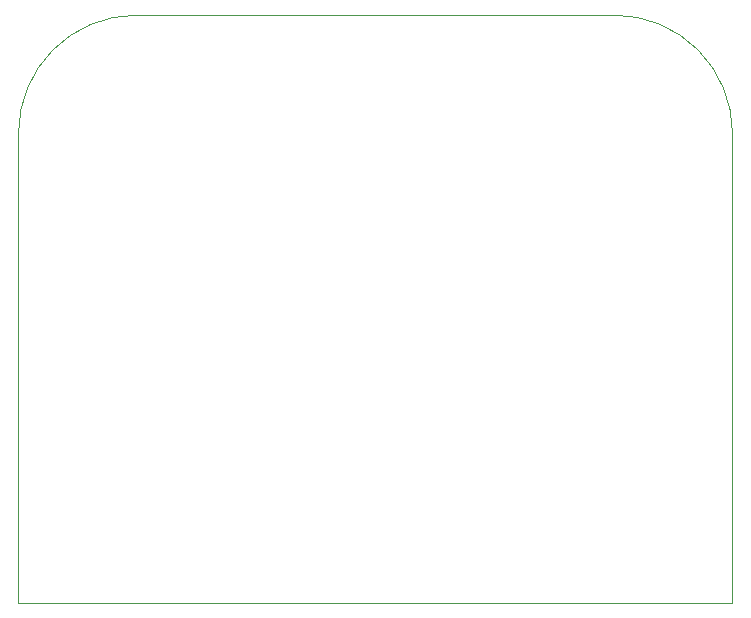
<source format=gbr>
%TF.GenerationSoftware,KiCad,Pcbnew,6.0.4-6f826c9f35~116~ubuntu20.04.1*%
%TF.CreationDate,2022-07-22T12:02:15+00:00*%
%TF.ProjectId,4XLTO1865V01A,34584c54-4f31-4383-9635-563031412e6b,rev?*%
%TF.SameCoordinates,Original*%
%TF.FileFunction,Profile,NP*%
%FSLAX46Y46*%
G04 Gerber Fmt 4.6, Leading zero omitted, Abs format (unit mm)*
G04 Created by KiCad (PCBNEW 6.0.4-6f826c9f35~116~ubuntu20.04.1) date 2022-07-22 12:02:15*
%MOMM*%
%LPD*%
G01*
G04 APERTURE LIST*
%TA.AperFunction,Profile*%
%ADD10C,0.100000*%
%TD*%
G04 APERTURE END LIST*
D10*
X10254000Y50000000D02*
X50706000Y50000000D01*
X60706000Y254000D02*
X60706000Y40000000D01*
X254000Y40000000D02*
X254000Y254000D01*
X60706000Y40000000D02*
G75*
G03*
X50706000Y50000000I-10000000J0D01*
G01*
X10254000Y50000000D02*
G75*
G03*
X254000Y40000000I0J-10000000D01*
G01*
X254000Y254000D02*
X60706000Y254000D01*
M02*

</source>
